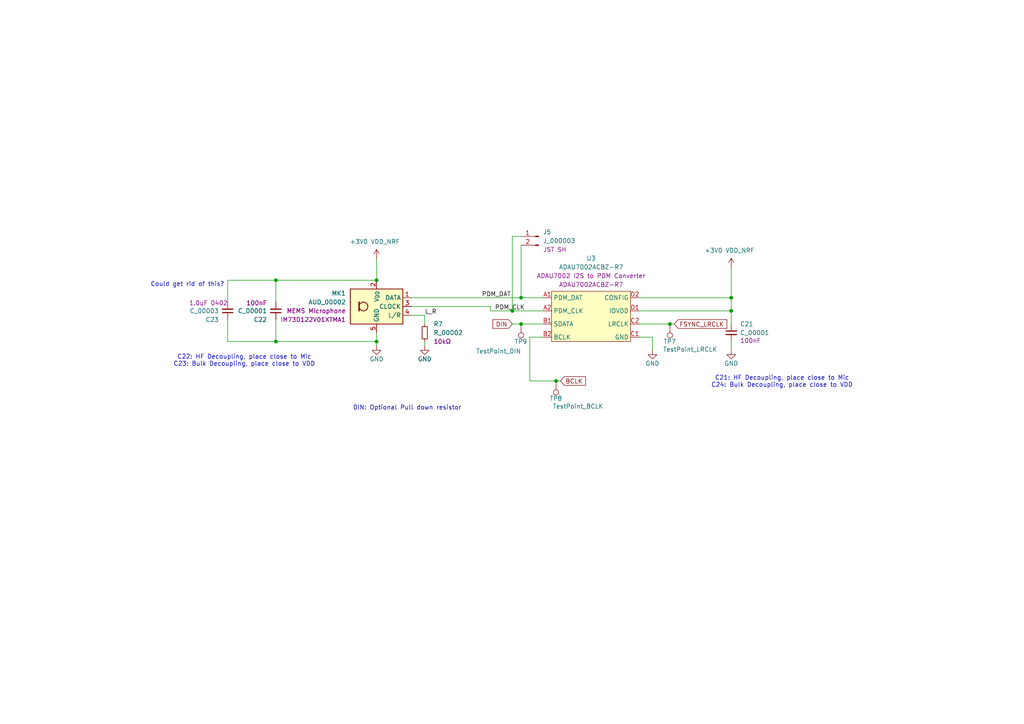
<source format=kicad_sch>
(kicad_sch (version 20231120) (generator "eeschema") (generator_version "8.0")
  (paper "A4")
  (lib_symbols
    (symbol "Connector:TestPoint" (pin_numbers hide) (pin_names (offset 0.762) hide)
      (property "Reference" "TP" (at 0 6.858 0))
      (property "Value" "TestPoint" (at 0 5.08 0))
      (symbol "TestPoint_0_1"
        (circle (center 0 3.302) (radius 0.762))
      )
      (symbol "TestPoint_1_1"
        (pin passive line (at 0 0 90) (length 2.54) (name "1") (number "1"))
      )
    )
    (symbol "mic_patch_parts:AUD_00001"
      (property "Reference" "U" (at 0 -0.254 0))
      (property "Value" "ADAU7002ACBZ-R7" (at 0.762 8.636 0))
      (property "Desc" "ADAU7002 I2S to PDM Converter" (at -0.254 -13.208 0))
      (property "MPNs" "ADAU7002ACBZ-R7" (at -6.096 -10.414 0))
      (symbol "AUD_00001_1_1"
        (rectangle (start -11.43 6.985) (end 11.43 -7.62) (fill (type background)))
        (pin input line (at -13.97 5.08 0) (length 2.54) (name "PDM_DAT") (number "A1"))
        (pin output line (at -13.97 1.27 0) (length 2.54) (name "PDM_CLK") (number "A2"))
        (pin output line (at -13.97 -2.54 0) (length 2.54) (name "SDATA") (number "B1"))
        (pin input line (at -13.97 -6.35 0) (length 2.54) (name "BCLK") (number "B2"))
        (pin power_in line (at 13.97 -6.35 180) (length 2.54) (name "GND") (number "C1"))
        (pin input line (at 13.97 -2.54 180) (length 2.54) (name "LRCLK") (number "C2"))
        (pin power_in line (at 13.97 1.27 180) (length 2.54) (name "IOVDD") (number "D1"))
        (pin input line (at 13.97 5.08 180) (length 2.54) (name "CONFIG") (number "D2"))
      )
    )
    (symbol "mic_patch_parts:AUD_00002"
      (property "Reference" "MK" (at -22.352 13.462 0))
      (property "Value" "AUD_00002" (at -22.352 10.922 0))
      (property "Desc" "MEMS Microphone" (at -22.352 8.382 0))
      (property "MPNs" "IM73D122V01XTMA1" (at -21.082 2.54 0))
      (symbol "AUD_00002_1_1"
        (rectangle (start -7.62 5.08) (end 7.62 -5.08) (stroke (width 0.254)) (fill (type background)))
        (circle (center -3.81 0) (radius 1.27) (stroke (width 0.254)))
        (polyline (pts (xy -5.08 1.27) (xy -5.08 -1.27)) (stroke (width 0.381)))
        (pin output line (at 10.16 2.54 180) (length 2.54) (name "DATA") (number "1"))
        (pin power_in line (at 0 7.62 270) (length 2.54) (name "V_{DD}") (number "2"))
        (pin input line (at 10.16 0 180) (length 2.54) (name "CLOCK") (number "3"))
        (pin input line (at 10.16 -2.54 180) (length 2.54) (name "L/R") (number "4"))
        (pin power_in line (at 0 -7.62 90) (length 2.54) (name "GND") (number "5"))
      )
    )
    (symbol "mic_patch_parts:C_00001" (pin_numbers hide) (pin_names (offset 0.254))
      (property "Reference" "C" (at 2.54 2.54 0))
      (property "Value" "C_00001" (at 2.54 0 0))
      (property "Description" "100nF" (at 5.588 -2.286 0))
      (symbol "C_00001_0_1"
        (polyline (pts (xy -1.524 -0.508) (xy 1.524 -0.508)) (stroke (width 0.3302)))
        (polyline (pts (xy -1.524 0.508) (xy 1.524 0.508)) (stroke (width 0.3048)))
      )
      (symbol "C_00001_1_1"
        (pin passive line (at 0 2.54 270) (length 2.032) (name "~") (number "1"))
        (pin passive line (at 0 -2.54 90) (length 2.032) (name "~") (number "2"))
      )
    )
    (symbol "mic_patch_parts:C_00003" (pin_numbers hide) (pin_names (offset 0.254))
      (property "Reference" "C" (at 2.54 2.54 0))
      (property "Value" "C_00003" (at 2.54 0 0))
      (property "Description" "1.0uF 0402" (at 5.588 -2.286 0))
      (symbol "C_00003_0_1"
        (polyline (pts (xy -1.524 -0.508) (xy 1.524 -0.508)) (stroke (width 0.3302)))
        (polyline (pts (xy -1.524 0.508) (xy 1.524 0.508)) (stroke (width 0.3048)))
      )
      (symbol "C_00003_1_1"
        (pin passive line (at 0 2.54 270) (length 2.032) (name "~") (number "1"))
        (pin passive line (at 0 -2.54 90) (length 2.032) (name "~") (number "2"))
      )
    )
    (symbol "mic_patch_parts:J_00003"
      (property "Reference" "J" (at 4.826 6.858 0))
      (property "Value" "J_000003" (at 8.382 4.572 0))
      (property "Desc" "JST SH" (at 7.366 2.286 0))
      (symbol "J_00003_1_1"
        (polyline (pts (xy 2.54 2.54) (xy 2.9464 2.54)) (stroke (width 0.1524)))
        (polyline (pts (xy 2.54 5.08) (xy 2.9464 5.08)) (stroke (width 0.1524)))
        (rectangle (start 2.9464 2.667) (end 3.81 2.413) (stroke (width 0.1524)) (fill (type outline)))
        (rectangle (start 3.81 4.953) (end 2.9464 5.207) (stroke (width 0.1524)) (fill (type outline)))
        (pin passive line (at -1.27 5.08 0) (length 3.81) (name "") (number "1"))
        (pin passive line (at -1.27 2.54 0) (length 3.81) (name "") (number "2"))
      )
    )
    (symbol "mic_patch_parts:R_00003" (pin_numbers hide) (pin_names (offset 0.254) hide)
      (property "Reference" "R" (at 1.27 2.54 0))
      (property "Value" "R_00002" (at 1.27 0 0))
      (property "Desc" "10kΩ " (at 1.27 -2.54 0))
      (symbol "R_00003_0_1"
        (rectangle (start -0.762 1.778) (end 0.762 -1.778) (stroke (width 0.2032)))
      )
      (symbol "R_00003_1_1"
        (pin passive line (at 0 2.54 270) (length 0.762) (name "~") (number "1"))
        (pin passive line (at 0 -2.54 90) (length 0.762) (name "~") (number "2"))
      )
    )
    (symbol "power:+1V8" (power) (pin_numbers hide) (pin_names (offset 0) hide)
      (property "Value" "+1V8" (at 0 3.556 0))
      (symbol "+1V8_0_1"
        (polyline (pts (xy -0.762 1.27) (xy 0 2.54)))
        (polyline (pts (xy 0 0) (xy 0 2.54)))
        (polyline (pts (xy 0 2.54) (xy 0.762 1.27)))
      )
      (symbol "+1V8_1_1"
        (pin power_in line (at 0 0 90) (length 0) (name "~") (number "1"))
      )
    )
    (symbol "power:GND" (power) (pin_numbers hide) (pin_names (offset 0) hide)
      (property "Value" "GND" (at 0 -3.81 0))
      (symbol "GND_0_1"
        (polyline (pts (xy 0 0) (xy 0 -1.27) (xy 1.27 -1.27) (xy 0 -2.54) (xy -1.27 -1.27) (xy 0 -1.27)))
      )
      (symbol "GND_1_1"
        (pin power_in line (at 0 0 270) (length 0) (name "~") (number "1"))
      )
    )
  )
  (junction (at 212.09 90.17))
  (junction (at 109.22 99.06))
  (junction (at 194.31 93.98))
  (junction (at 148.59 90.17))
  (junction (at 109.22 81.28))
  (junction (at 161.29 110.49))
  (junction (at 151.13 86.36))
  (junction (at 80.01 81.28))
  (junction (at 80.01 99.06))
  (junction (at 212.09 86.36))
  (junction (at 151.13 93.98))
  (wire (pts (xy 194.31 93.98) (xy 195.58 93.98)))
  (wire (pts (xy 162.56 110.49) (xy 161.29 110.49)))
  (wire (pts (xy 66.04 99.06) (xy 80.01 99.06)))
  (wire (pts (xy 142.24 88.9) (xy 142.24 90.17)))
  (wire (pts (xy 212.09 99.06) (xy 212.09 101.6)))
  (wire (pts (xy 151.13 86.36) (xy 157.48 86.36)))
  (wire (pts (xy 119.38 91.44) (xy 123.19 91.44)))
  (wire (pts (xy 109.22 96.52) (xy 109.22 99.06)))
  (wire (pts (xy 151.13 71.12) (xy 151.13 86.36)))
  (wire (pts (xy 161.29 110.49) (xy 153.67 110.49)))
  (wire (pts (xy 80.01 81.28) (xy 80.01 87.63)))
  (wire (pts (xy 80.01 99.06) (xy 109.22 99.06)))
  (wire (pts (xy 66.04 81.28) (xy 80.01 81.28)))
  (wire (pts (xy 212.09 77.47) (xy 212.09 86.36)))
  (wire (pts (xy 80.01 92.71) (xy 80.01 99.06)))
  (wire (pts (xy 109.22 99.06) (xy 109.22 100.33)))
  (wire (pts (xy 185.42 97.79) (xy 189.23 97.79)))
  (wire (pts (xy 66.04 81.28) (xy 66.04 87.63)))
  (wire (pts (xy 212.09 86.36) (xy 212.09 90.17)))
  (wire (pts (xy 185.42 93.98) (xy 194.31 93.98)))
  (wire (pts (xy 142.24 90.17) (xy 148.59 90.17)))
  (wire (pts (xy 189.23 97.79) (xy 189.23 101.6)))
  (wire (pts (xy 148.59 68.58) (xy 151.13 68.58)))
  (wire (pts (xy 185.42 86.36) (xy 212.09 86.36)))
  (wire (pts (xy 119.38 88.9) (xy 142.24 88.9)))
  (wire (pts (xy 153.67 97.79) (xy 157.48 97.79)))
  (wire (pts (xy 153.67 110.49) (xy 153.67 97.79)))
  (wire (pts (xy 66.04 92.71) (xy 66.04 99.06)))
  (wire (pts (xy 148.59 68.58) (xy 148.59 90.17)))
  (wire (pts (xy 148.59 93.98) (xy 151.13 93.98)))
  (wire (pts (xy 185.42 90.17) (xy 212.09 90.17)))
  (wire (pts (xy 123.19 91.44) (xy 123.19 93.98)))
  (wire (pts (xy 151.13 93.98) (xy 157.48 93.98)))
  (wire (pts (xy 119.38 86.36) (xy 151.13 86.36)))
  (wire (pts (xy 123.19 99.06) (xy 123.19 100.33)))
  (wire (pts (xy 109.22 74.93) (xy 109.22 81.28)))
  (wire (pts (xy 80.01 81.28) (xy 109.22 81.28)))
  (wire (pts (xy 148.59 90.17) (xy 157.48 90.17)))
  (wire (pts (xy 212.09 93.98) (xy 212.09 90.17)))
  (text "C21: HF Decoupling, place close to Mic\nC24: Bulk Decoupling, place close to VDD" (at 226.822 110.744 0) (effects (font (size 1.27 1.27))))
  (text "Could get rid of this?\n" (at 54.356 82.55 0) (effects (font (size 1.27 1.27))))
  (text "C22: HF Decoupling, place close to Mic\nC23: Bulk Decoupling, place close to VDD" (at 70.866 104.648 0) (effects (font (size 1.27 1.27))))
  (text "DIN: Optional Pull down resistor\n" (at 118.11 118.364 0) (effects (font (size 1.27 1.27))))
  (label "PDM_CLK" (at 143.51 90.17 0))
  (label "L_R" (at 123.19 91.44 0))
  (label "PDM_DAT" (at 139.7 86.36 0))
  (global_label "FSYNC_LRCLK" (shape input) (at 195.58 93.98 0) (property "Intersheetrefs" "${INTERSHEET_REFS}" (effects (hide yes))))
  (global_label "DIN" (shape input) (at 148.59 93.98 180) (property "Intersheetrefs" "${INTERSHEET_REFS}" (effects (hide yes))))
  (global_label "BCLK" (shape input) (at 162.56 110.49 0) (property "Intersheetrefs" "${INTERSHEET_REFS}" (effects (hide yes))))
  (symbol (lib_id "power:GND") (at 123.19 100.33 0) (unit 1)
    (property "Reference" "#PWR042" (effects (hide yes)))
    (property "Value" "GND" (at 123.19 104.14 0))
    (property "Description" "Power symbol creates a global label with name \"GND\" , ground" (effects (hide yes)))
  )
  (symbol (lib_id "mic_patch_parts:J_00003") (at 152.4 73.66 0) (unit 1)
    (property "Reference" "J5" (at 157.48 67.3099 0) (effects (justify left)))
    (property "Value" "J_000003" (at 157.48 69.8499 0) (effects (justify left)))
    (property "Footprint" "mic_patch_parts:J_00003" (effects (hide yes)))
    (property "Description" "JST SH 2 Pin Straight Connector" (effects (hide yes)))
    (property "Desc" "JST SH" (at 157.48 72.3899 0) (effects (justify left)))
    (property "LCSC PNs" "C7430451" (effects (hide yes)))
  )
  (symbol (lib_id "power:+1V8") (at 212.09 77.47 0) (unit 1)
    (property "Reference" "#PWR037" (effects (hide yes)))
    (property "Value" "+3V0 VDD_NRF" (at 211.582 72.644 0))
    (property "Description" "Power symbol creates a global label with name \"+1V8\"" (effects (hide yes)))
  )
  (symbol (lib_id "mic_patch_parts:AUD_00001") (at 171.45 91.44 0) (unit 1)
    (property "Reference" "U3" (at 171.45 74.93 0))
    (property "Value" "ADAU7002ACBZ-R7" (at 171.45 77.47 0))
    (property "Footprint" "mic_patch_parts:ADAU7002ACBZ-R7" (effects (hide yes)))
    (property "Datasheet" "https://www.lcsc.com/datasheet/lcsc_datasheet_2001132235_Analog-Devices-ADAU7002ACBZ-R7_C481886.pdf" (effects (hide yes)))
    (property "Desc" "ADAU7002 I2S to PDM Converter" (at 171.45 80.01 0))
    (property "LCSC PNs" "C481886" (effects (hide yes)))
    (property "MPNs" "ADAU7002ACBZ-R7" (at 171.45 82.55 0))
  )
  (symbol (lib_id "power:GND") (at 189.23 101.6 0) (unit 1)
    (property "Reference" "#PWR038" (effects (hide yes)))
    (property "Value" "GND" (at 189.23 105.41 0))
    (property "Description" "Power symbol creates a global label with name \"GND\" , ground" (effects (hide yes)))
  )
  (symbol (lib_id "power:GND") (at 212.09 101.6 0) (unit 1)
    (property "Reference" "#PWR039" (effects (hide yes)))
    (property "Value" "GND" (at 212.09 105.41 0))
    (property "Description" "Power symbol creates a global label with name \"GND\" , ground" (effects (hide yes)))
  )
  (symbol (lib_id "Connector:TestPoint") (at 194.31 93.98 180) (unit 1)
    (property "Reference" "TP7" (at 196.088 99.06 0) (effects (justify left)))
    (property "Value" "TestPoint_LRCLK" (at 208.026 101.346 0) (effects (justify left)))
    (property "Footprint" "TestPoint:TestPoint_Pad_D1.0mm" (effects (hide yes)))
    (property "Description" "test point" (effects (hide yes)))
  )
  (symbol (lib_id "mic_patch_parts:C_00001") (at 212.09 96.52 0) (unit 1)
    (property "Reference" "C21" (at 214.63 93.98 0) (effects (justify left)))
    (property "Value" "C_00001" (at 214.63 96.52 0) (effects (justify left)))
    (property "Footprint" "Capacitor_SMD:C_0402_1005Metric" (effects (hide yes)))
    (property "Description" "100nF" (at 217.678 98.806 0))
    (property "MPNs" "0402WGF1002TCE" (effects (hide yes)))
    (property "LCSC PNs" "C25744" (effects (hide yes)))
  )
  (symbol (lib_id "Connector:TestPoint") (at 161.29 110.49 180) (unit 1)
    (property "Reference" "TP8" (at 163.068 115.57 0) (effects (justify left)))
    (property "Value" "TestPoint_BCLK" (at 175.006 117.856 0) (effects (justify left)))
    (property "Footprint" "TestPoint:TestPoint_Pad_D1.0mm" (effects (hide yes)))
    (property "Description" "test point" (effects (hide yes)))
  )
  (symbol (lib_id "mic_patch_parts:C_00001") (at 80.01 90.17 180) (unit 1)
    (property "Reference" "C22" (at 77.47 92.71 0) (effects (justify left)))
    (property "Value" "C_00001" (at 77.47 90.17 0) (effects (justify left)))
    (property "Footprint" "Capacitor_SMD:C_0402_1005Metric" (effects (hide yes)))
    (property "Description" "100nF" (at 74.422 87.884 0))
    (property "MPNs" "0402WGF1002TCE" (effects (hide yes)))
    (property "LCSC PNs" "C25744" (effects (hide yes)))
  )
  (symbol (lib_id "mic_patch_parts:AUD_00002") (at 109.22 88.9 0) (unit 1)
    (property "Reference" "MK1" (at 100.33 85.0899 0) (effects (justify right)))
    (property "Value" "AUD_00002" (at 100.33 87.6299 0) (effects (justify right)))
    (property "Footprint" "mic_patch_parts:AUD_00002" (effects (hide yes)))
    (property "Datasheet" "https://wmsc.lcsc.com/wmsc/upload/file/pdf/v2/lcsc/2306061210_Infineon-Technologies-IM73D122V01XTMA1_C5563886.pdf" (effects (hide yes)))
    (property "Description" "IP57 Water and Dust Resistant, PDM MEMS Microphone, PG-LLGA-5-3" (effects (hide yes)))
    (property "Desc" "MEMS Microphone" (at 100.33 90.1699 0) (effects (justify right)))
    (property "LCSC PNs" "C5563886" (effects (hide yes)))
    (property "MPNs" "IM73D122V01XTMA1" (at 100.33 92.7099 0) (effects (justify right)))
  )
  (symbol (lib_id "Connector:TestPoint") (at 151.13 93.98 180) (unit 1)
    (property "Reference" "TP9" (at 152.908 99.06 0) (effects (justify left)))
    (property "Value" "TestPoint_DIN" (at 151.13 101.854 0) (effects (justify left)))
    (property "Footprint" "TestPoint:TestPoint_Pad_D1.0mm" (effects (hide yes)))
    (property "Description" "test point" (effects (hide yes)))
  )
  (symbol (lib_id "power:+1V8") (at 109.22 74.93 0) (unit 1)
    (property "Reference" "#PWR041" (effects (hide yes)))
    (property "Value" "+3V0 VDD_NRF" (at 108.712 70.104 0))
    (property "Description" "Power symbol creates a global label with name \"+1V8\"" (effects (hide yes)))
  )
  (symbol (lib_id "power:GND") (at 109.22 100.33 0) (unit 1)
    (property "Reference" "#PWR040" (effects (hide yes)))
    (property "Value" "GND" (at 109.22 104.14 0))
    (property "Description" "Power symbol creates a global label with name \"GND\" , ground" (effects (hide yes)))
  )
  (symbol (lib_id "mic_patch_parts:C_00003") (at 66.04 90.17 180) (unit 1)
    (property "Reference" "C23" (at 63.5 92.71 0) (effects (justify left)))
    (property "Value" "C_00003" (at 63.5 90.17 0) (effects (justify left)))
    (property "Footprint" "Capacitor_SMD:C_0402_1005Metric" (effects (hide yes)))
    (property "Description" "1.0uF 0402" (at 60.452 87.884 0))
    (property "MPNs" "CL05A105KA5NQNC" (effects (hide yes)))
    (property "LCSC PNs" "C52923" (effects (hide yes)))
  )
  (symbol (lib_id "mic_patch_parts:R_00003") (at 123.19 96.52 0) (unit 1)
    (property "Reference" "R7" (at 125.73 93.9799 0) (effects (justify left)))
    (property "Value" "R_00002" (at 125.73 96.5199 0) (effects (justify left)))
    (property "Footprint" "Resistor_SMD:R_0402_1005Metric" (effects (hide yes)))
    (property "Description" "10kΩ resistor 0402" (effects (hide yes)))
    (property "Desc" "10kΩ " (at 125.73 99.0599 0) (effects (justify left)))
    (property "MPNs" "0402WGF1002TCE" (effects (hide yes)))
    (property "LCSC PNs" "C25744" (effects (hide yes)))
  )
)
</source>
